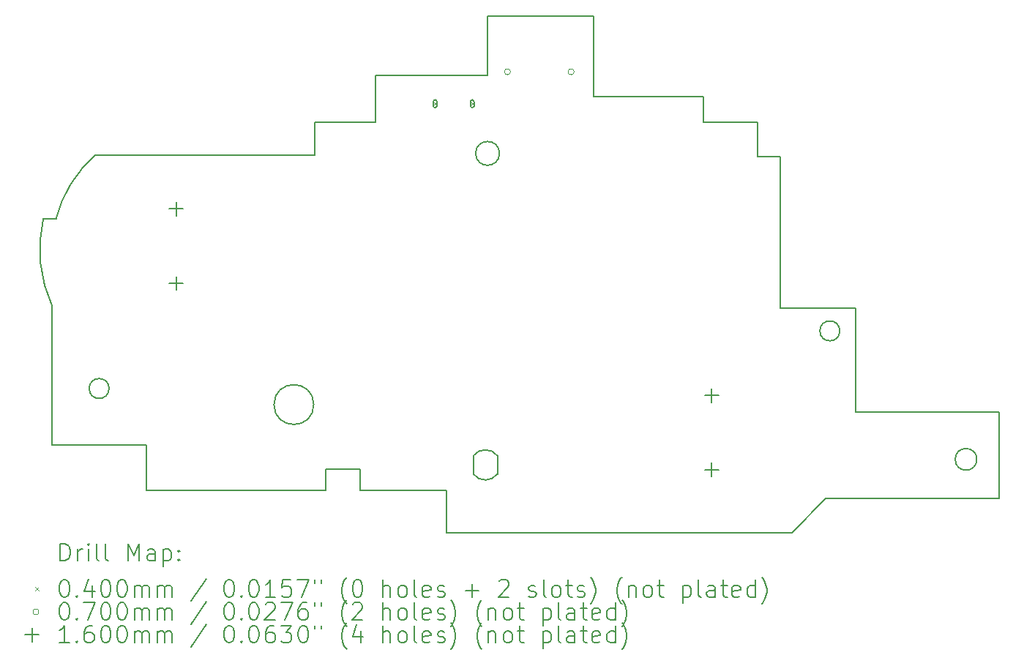
<source format=gbr>
%TF.GenerationSoftware,KiCad,Pcbnew,7.0.2*%
%TF.CreationDate,2023-06-19T11:15:11-07:00*%
%TF.ProjectId,procon_gcc_main_pcb,70726f63-6f6e-45f6-9763-635f6d61696e,1*%
%TF.SameCoordinates,Original*%
%TF.FileFunction,Drillmap*%
%TF.FilePolarity,Positive*%
%FSLAX45Y45*%
G04 Gerber Fmt 4.5, Leading zero omitted, Abs format (unit mm)*
G04 Created by KiCad (PCBNEW 7.0.2) date 2023-06-19 11:15:11*
%MOMM*%
%LPD*%
G01*
G04 APERTURE LIST*
%ADD10C,0.200000*%
%ADD11C,0.040000*%
%ADD12C,0.070000*%
%ADD13C,0.160000*%
G04 APERTURE END LIST*
D10*
X16360622Y-10811436D02*
X16630622Y-10811436D01*
X17155623Y-14761436D02*
X16765622Y-15161436D01*
X12765623Y-15161436D02*
X12765623Y-14671436D01*
X13378123Y-10771436D02*
G75*
G03*
X13378123Y-10771436I-137500J0D01*
G01*
X19155623Y-13761436D02*
X19155623Y-14761436D01*
X13355623Y-14270000D02*
G75*
G03*
X13075623Y-14270000I-140000J-105000D01*
G01*
X16630622Y-12561436D02*
X17500623Y-12561436D01*
X16360622Y-10411436D02*
X16360622Y-10811436D01*
X13240623Y-9871436D02*
X13240623Y-9186436D01*
X11765623Y-14421436D02*
X11365623Y-14421436D01*
X9295623Y-14141436D02*
X8205623Y-14141436D01*
X17500623Y-12561436D02*
X17500623Y-13761436D01*
X12765623Y-14671436D02*
X11765623Y-14671436D01*
X8705623Y-10791436D02*
X11240623Y-10791436D01*
X18900000Y-14311000D02*
G75*
G03*
X18900000Y-14311000I-125000J0D01*
G01*
X14470622Y-9186436D02*
X14470622Y-10111436D01*
X9295623Y-14671436D02*
X9295623Y-14141436D01*
X11940623Y-9871436D02*
X13240623Y-9871436D01*
X15740622Y-10111436D02*
X15740622Y-10411436D01*
X11365623Y-14671436D02*
X9295623Y-14671436D01*
X16765622Y-15161436D02*
X12765623Y-15161436D01*
X8101675Y-11525814D02*
X8249271Y-11525814D01*
X8205623Y-14141436D02*
X8205623Y-12541436D01*
X15740622Y-10411436D02*
X16360622Y-10411436D01*
X8862500Y-13491436D02*
G75*
G03*
X8862500Y-13491436I-115000J0D01*
G01*
X11240623Y-10411436D02*
X11940623Y-10411436D01*
X11765623Y-14671436D02*
X11765623Y-14421436D01*
X11230000Y-13677500D02*
G75*
G03*
X11230000Y-13677500I-230000J0D01*
G01*
X11240623Y-10791436D02*
X11240623Y-10411436D01*
X13240623Y-9186436D02*
X14470622Y-9186436D01*
X11365623Y-14421436D02*
X11365623Y-14671436D01*
X17500623Y-13761436D02*
X19155623Y-13761436D01*
X19155623Y-14761436D02*
X17155623Y-14761436D01*
X11940623Y-10411436D02*
X11940623Y-9871436D01*
X8101678Y-11525815D02*
G75*
G03*
X8205623Y-12541436I1538942J-355625D01*
G01*
X8705623Y-10791436D02*
G75*
G03*
X8249271Y-11525814I935000J-1089999D01*
G01*
X17315000Y-12825000D02*
G75*
G03*
X17315000Y-12825000I-115000J0D01*
G01*
X16630622Y-10811436D02*
X16630622Y-12561436D01*
X13075623Y-14480000D02*
G75*
G03*
X13355623Y-14480000I140000J105000D01*
G01*
X14470622Y-10111436D02*
X15740622Y-10111436D01*
X13075623Y-14480000D02*
X13075623Y-14270000D01*
X13355623Y-14270000D02*
X13355623Y-14480000D01*
D11*
X12613352Y-10176500D02*
X12653352Y-10216500D01*
X12653352Y-10176500D02*
X12613352Y-10216500D01*
D10*
X12653352Y-10221500D02*
X12653352Y-10171500D01*
X12653352Y-10171500D02*
G75*
G03*
X12613352Y-10171500I-20000J0D01*
G01*
X12613352Y-10171500D02*
X12613352Y-10221500D01*
X12613352Y-10221500D02*
G75*
G03*
X12653352Y-10221500I20000J0D01*
G01*
D11*
X13043352Y-10176500D02*
X13083352Y-10216500D01*
X13083352Y-10176500D02*
X13043352Y-10216500D01*
D10*
X13083352Y-10221500D02*
X13083352Y-10171500D01*
X13083352Y-10171500D02*
G75*
G03*
X13043352Y-10171500I-20000J0D01*
G01*
X13043352Y-10171500D02*
X13043352Y-10221500D01*
X13043352Y-10221500D02*
G75*
G03*
X13083352Y-10221500I20000J0D01*
G01*
D12*
X13506000Y-9827500D02*
G75*
G03*
X13506000Y-9827500I-35000J0D01*
G01*
X14241000Y-9827500D02*
G75*
G03*
X14241000Y-9827500I-35000J0D01*
G01*
D13*
X9637700Y-11333260D02*
X9637700Y-11493260D01*
X9557700Y-11413260D02*
X9717700Y-11413260D01*
X9637700Y-12193260D02*
X9637700Y-12353260D01*
X9557700Y-12273260D02*
X9717700Y-12273260D01*
X15832020Y-13492200D02*
X15832020Y-13652200D01*
X15752020Y-13572200D02*
X15912020Y-13572200D01*
X15832020Y-14352200D02*
X15832020Y-14512200D01*
X15752020Y-14432200D02*
X15912020Y-14432200D01*
D10*
X8298742Y-15483959D02*
X8298742Y-15283959D01*
X8298742Y-15283959D02*
X8346361Y-15283959D01*
X8346361Y-15283959D02*
X8374932Y-15293483D01*
X8374932Y-15293483D02*
X8393980Y-15312531D01*
X8393980Y-15312531D02*
X8403504Y-15331578D01*
X8403504Y-15331578D02*
X8413027Y-15369674D01*
X8413027Y-15369674D02*
X8413027Y-15398245D01*
X8413027Y-15398245D02*
X8403504Y-15436340D01*
X8403504Y-15436340D02*
X8393980Y-15455388D01*
X8393980Y-15455388D02*
X8374932Y-15474436D01*
X8374932Y-15474436D02*
X8346361Y-15483959D01*
X8346361Y-15483959D02*
X8298742Y-15483959D01*
X8498742Y-15483959D02*
X8498742Y-15350626D01*
X8498742Y-15388721D02*
X8508265Y-15369674D01*
X8508265Y-15369674D02*
X8517789Y-15360150D01*
X8517789Y-15360150D02*
X8536837Y-15350626D01*
X8536837Y-15350626D02*
X8555885Y-15350626D01*
X8622551Y-15483959D02*
X8622551Y-15350626D01*
X8622551Y-15283959D02*
X8613027Y-15293483D01*
X8613027Y-15293483D02*
X8622551Y-15303007D01*
X8622551Y-15303007D02*
X8632075Y-15293483D01*
X8632075Y-15293483D02*
X8622551Y-15283959D01*
X8622551Y-15283959D02*
X8622551Y-15303007D01*
X8746361Y-15483959D02*
X8727313Y-15474436D01*
X8727313Y-15474436D02*
X8717789Y-15455388D01*
X8717789Y-15455388D02*
X8717789Y-15283959D01*
X8851123Y-15483959D02*
X8832075Y-15474436D01*
X8832075Y-15474436D02*
X8822551Y-15455388D01*
X8822551Y-15455388D02*
X8822551Y-15283959D01*
X9079694Y-15483959D02*
X9079694Y-15283959D01*
X9079694Y-15283959D02*
X9146361Y-15426817D01*
X9146361Y-15426817D02*
X9213027Y-15283959D01*
X9213027Y-15283959D02*
X9213027Y-15483959D01*
X9393980Y-15483959D02*
X9393980Y-15379198D01*
X9393980Y-15379198D02*
X9384456Y-15360150D01*
X9384456Y-15360150D02*
X9365408Y-15350626D01*
X9365408Y-15350626D02*
X9327313Y-15350626D01*
X9327313Y-15350626D02*
X9308265Y-15360150D01*
X9393980Y-15474436D02*
X9374932Y-15483959D01*
X9374932Y-15483959D02*
X9327313Y-15483959D01*
X9327313Y-15483959D02*
X9308265Y-15474436D01*
X9308265Y-15474436D02*
X9298742Y-15455388D01*
X9298742Y-15455388D02*
X9298742Y-15436340D01*
X9298742Y-15436340D02*
X9308265Y-15417293D01*
X9308265Y-15417293D02*
X9327313Y-15407769D01*
X9327313Y-15407769D02*
X9374932Y-15407769D01*
X9374932Y-15407769D02*
X9393980Y-15398245D01*
X9489218Y-15350626D02*
X9489218Y-15550626D01*
X9489218Y-15360150D02*
X9508265Y-15350626D01*
X9508265Y-15350626D02*
X9546361Y-15350626D01*
X9546361Y-15350626D02*
X9565408Y-15360150D01*
X9565408Y-15360150D02*
X9574932Y-15369674D01*
X9574932Y-15369674D02*
X9584456Y-15388721D01*
X9584456Y-15388721D02*
X9584456Y-15445864D01*
X9584456Y-15445864D02*
X9574932Y-15464912D01*
X9574932Y-15464912D02*
X9565408Y-15474436D01*
X9565408Y-15474436D02*
X9546361Y-15483959D01*
X9546361Y-15483959D02*
X9508265Y-15483959D01*
X9508265Y-15483959D02*
X9489218Y-15474436D01*
X9670170Y-15464912D02*
X9679694Y-15474436D01*
X9679694Y-15474436D02*
X9670170Y-15483959D01*
X9670170Y-15483959D02*
X9660646Y-15474436D01*
X9660646Y-15474436D02*
X9670170Y-15464912D01*
X9670170Y-15464912D02*
X9670170Y-15483959D01*
X9670170Y-15360150D02*
X9679694Y-15369674D01*
X9679694Y-15369674D02*
X9670170Y-15379198D01*
X9670170Y-15379198D02*
X9660646Y-15369674D01*
X9660646Y-15369674D02*
X9670170Y-15360150D01*
X9670170Y-15360150D02*
X9670170Y-15379198D01*
D11*
X8011123Y-15791436D02*
X8051123Y-15831436D01*
X8051123Y-15791436D02*
X8011123Y-15831436D01*
D10*
X8336837Y-15703959D02*
X8355884Y-15703959D01*
X8355884Y-15703959D02*
X8374932Y-15713483D01*
X8374932Y-15713483D02*
X8384456Y-15723007D01*
X8384456Y-15723007D02*
X8393980Y-15742055D01*
X8393980Y-15742055D02*
X8403504Y-15780150D01*
X8403504Y-15780150D02*
X8403504Y-15827769D01*
X8403504Y-15827769D02*
X8393980Y-15865864D01*
X8393980Y-15865864D02*
X8384456Y-15884912D01*
X8384456Y-15884912D02*
X8374932Y-15894436D01*
X8374932Y-15894436D02*
X8355884Y-15903959D01*
X8355884Y-15903959D02*
X8336837Y-15903959D01*
X8336837Y-15903959D02*
X8317789Y-15894436D01*
X8317789Y-15894436D02*
X8308265Y-15884912D01*
X8308265Y-15884912D02*
X8298742Y-15865864D01*
X8298742Y-15865864D02*
X8289218Y-15827769D01*
X8289218Y-15827769D02*
X8289218Y-15780150D01*
X8289218Y-15780150D02*
X8298742Y-15742055D01*
X8298742Y-15742055D02*
X8308265Y-15723007D01*
X8308265Y-15723007D02*
X8317789Y-15713483D01*
X8317789Y-15713483D02*
X8336837Y-15703959D01*
X8489218Y-15884912D02*
X8498742Y-15894436D01*
X8498742Y-15894436D02*
X8489218Y-15903959D01*
X8489218Y-15903959D02*
X8479694Y-15894436D01*
X8479694Y-15894436D02*
X8489218Y-15884912D01*
X8489218Y-15884912D02*
X8489218Y-15903959D01*
X8670170Y-15770626D02*
X8670170Y-15903959D01*
X8622551Y-15694436D02*
X8574932Y-15837293D01*
X8574932Y-15837293D02*
X8698742Y-15837293D01*
X8813027Y-15703959D02*
X8832075Y-15703959D01*
X8832075Y-15703959D02*
X8851123Y-15713483D01*
X8851123Y-15713483D02*
X8860646Y-15723007D01*
X8860646Y-15723007D02*
X8870170Y-15742055D01*
X8870170Y-15742055D02*
X8879694Y-15780150D01*
X8879694Y-15780150D02*
X8879694Y-15827769D01*
X8879694Y-15827769D02*
X8870170Y-15865864D01*
X8870170Y-15865864D02*
X8860646Y-15884912D01*
X8860646Y-15884912D02*
X8851123Y-15894436D01*
X8851123Y-15894436D02*
X8832075Y-15903959D01*
X8832075Y-15903959D02*
X8813027Y-15903959D01*
X8813027Y-15903959D02*
X8793980Y-15894436D01*
X8793980Y-15894436D02*
X8784456Y-15884912D01*
X8784456Y-15884912D02*
X8774932Y-15865864D01*
X8774932Y-15865864D02*
X8765408Y-15827769D01*
X8765408Y-15827769D02*
X8765408Y-15780150D01*
X8765408Y-15780150D02*
X8774932Y-15742055D01*
X8774932Y-15742055D02*
X8784456Y-15723007D01*
X8784456Y-15723007D02*
X8793980Y-15713483D01*
X8793980Y-15713483D02*
X8813027Y-15703959D01*
X9003504Y-15703959D02*
X9022551Y-15703959D01*
X9022551Y-15703959D02*
X9041599Y-15713483D01*
X9041599Y-15713483D02*
X9051123Y-15723007D01*
X9051123Y-15723007D02*
X9060646Y-15742055D01*
X9060646Y-15742055D02*
X9070170Y-15780150D01*
X9070170Y-15780150D02*
X9070170Y-15827769D01*
X9070170Y-15827769D02*
X9060646Y-15865864D01*
X9060646Y-15865864D02*
X9051123Y-15884912D01*
X9051123Y-15884912D02*
X9041599Y-15894436D01*
X9041599Y-15894436D02*
X9022551Y-15903959D01*
X9022551Y-15903959D02*
X9003504Y-15903959D01*
X9003504Y-15903959D02*
X8984456Y-15894436D01*
X8984456Y-15894436D02*
X8974932Y-15884912D01*
X8974932Y-15884912D02*
X8965408Y-15865864D01*
X8965408Y-15865864D02*
X8955885Y-15827769D01*
X8955885Y-15827769D02*
X8955885Y-15780150D01*
X8955885Y-15780150D02*
X8965408Y-15742055D01*
X8965408Y-15742055D02*
X8974932Y-15723007D01*
X8974932Y-15723007D02*
X8984456Y-15713483D01*
X8984456Y-15713483D02*
X9003504Y-15703959D01*
X9155885Y-15903959D02*
X9155885Y-15770626D01*
X9155885Y-15789674D02*
X9165408Y-15780150D01*
X9165408Y-15780150D02*
X9184456Y-15770626D01*
X9184456Y-15770626D02*
X9213027Y-15770626D01*
X9213027Y-15770626D02*
X9232075Y-15780150D01*
X9232075Y-15780150D02*
X9241599Y-15799198D01*
X9241599Y-15799198D02*
X9241599Y-15903959D01*
X9241599Y-15799198D02*
X9251123Y-15780150D01*
X9251123Y-15780150D02*
X9270170Y-15770626D01*
X9270170Y-15770626D02*
X9298742Y-15770626D01*
X9298742Y-15770626D02*
X9317789Y-15780150D01*
X9317789Y-15780150D02*
X9327313Y-15799198D01*
X9327313Y-15799198D02*
X9327313Y-15903959D01*
X9422551Y-15903959D02*
X9422551Y-15770626D01*
X9422551Y-15789674D02*
X9432075Y-15780150D01*
X9432075Y-15780150D02*
X9451123Y-15770626D01*
X9451123Y-15770626D02*
X9479694Y-15770626D01*
X9479694Y-15770626D02*
X9498742Y-15780150D01*
X9498742Y-15780150D02*
X9508266Y-15799198D01*
X9508266Y-15799198D02*
X9508266Y-15903959D01*
X9508266Y-15799198D02*
X9517789Y-15780150D01*
X9517789Y-15780150D02*
X9536837Y-15770626D01*
X9536837Y-15770626D02*
X9565408Y-15770626D01*
X9565408Y-15770626D02*
X9584456Y-15780150D01*
X9584456Y-15780150D02*
X9593980Y-15799198D01*
X9593980Y-15799198D02*
X9593980Y-15903959D01*
X9984456Y-15694436D02*
X9813028Y-15951578D01*
X10241599Y-15703959D02*
X10260647Y-15703959D01*
X10260647Y-15703959D02*
X10279694Y-15713483D01*
X10279694Y-15713483D02*
X10289218Y-15723007D01*
X10289218Y-15723007D02*
X10298742Y-15742055D01*
X10298742Y-15742055D02*
X10308266Y-15780150D01*
X10308266Y-15780150D02*
X10308266Y-15827769D01*
X10308266Y-15827769D02*
X10298742Y-15865864D01*
X10298742Y-15865864D02*
X10289218Y-15884912D01*
X10289218Y-15884912D02*
X10279694Y-15894436D01*
X10279694Y-15894436D02*
X10260647Y-15903959D01*
X10260647Y-15903959D02*
X10241599Y-15903959D01*
X10241599Y-15903959D02*
X10222551Y-15894436D01*
X10222551Y-15894436D02*
X10213028Y-15884912D01*
X10213028Y-15884912D02*
X10203504Y-15865864D01*
X10203504Y-15865864D02*
X10193980Y-15827769D01*
X10193980Y-15827769D02*
X10193980Y-15780150D01*
X10193980Y-15780150D02*
X10203504Y-15742055D01*
X10203504Y-15742055D02*
X10213028Y-15723007D01*
X10213028Y-15723007D02*
X10222551Y-15713483D01*
X10222551Y-15713483D02*
X10241599Y-15703959D01*
X10393980Y-15884912D02*
X10403504Y-15894436D01*
X10403504Y-15894436D02*
X10393980Y-15903959D01*
X10393980Y-15903959D02*
X10384456Y-15894436D01*
X10384456Y-15894436D02*
X10393980Y-15884912D01*
X10393980Y-15884912D02*
X10393980Y-15903959D01*
X10527313Y-15703959D02*
X10546361Y-15703959D01*
X10546361Y-15703959D02*
X10565409Y-15713483D01*
X10565409Y-15713483D02*
X10574932Y-15723007D01*
X10574932Y-15723007D02*
X10584456Y-15742055D01*
X10584456Y-15742055D02*
X10593980Y-15780150D01*
X10593980Y-15780150D02*
X10593980Y-15827769D01*
X10593980Y-15827769D02*
X10584456Y-15865864D01*
X10584456Y-15865864D02*
X10574932Y-15884912D01*
X10574932Y-15884912D02*
X10565409Y-15894436D01*
X10565409Y-15894436D02*
X10546361Y-15903959D01*
X10546361Y-15903959D02*
X10527313Y-15903959D01*
X10527313Y-15903959D02*
X10508266Y-15894436D01*
X10508266Y-15894436D02*
X10498742Y-15884912D01*
X10498742Y-15884912D02*
X10489218Y-15865864D01*
X10489218Y-15865864D02*
X10479694Y-15827769D01*
X10479694Y-15827769D02*
X10479694Y-15780150D01*
X10479694Y-15780150D02*
X10489218Y-15742055D01*
X10489218Y-15742055D02*
X10498742Y-15723007D01*
X10498742Y-15723007D02*
X10508266Y-15713483D01*
X10508266Y-15713483D02*
X10527313Y-15703959D01*
X10784456Y-15903959D02*
X10670170Y-15903959D01*
X10727313Y-15903959D02*
X10727313Y-15703959D01*
X10727313Y-15703959D02*
X10708266Y-15732531D01*
X10708266Y-15732531D02*
X10689218Y-15751578D01*
X10689218Y-15751578D02*
X10670170Y-15761102D01*
X10965409Y-15703959D02*
X10870170Y-15703959D01*
X10870170Y-15703959D02*
X10860647Y-15799198D01*
X10860647Y-15799198D02*
X10870170Y-15789674D01*
X10870170Y-15789674D02*
X10889218Y-15780150D01*
X10889218Y-15780150D02*
X10936837Y-15780150D01*
X10936837Y-15780150D02*
X10955885Y-15789674D01*
X10955885Y-15789674D02*
X10965409Y-15799198D01*
X10965409Y-15799198D02*
X10974932Y-15818245D01*
X10974932Y-15818245D02*
X10974932Y-15865864D01*
X10974932Y-15865864D02*
X10965409Y-15884912D01*
X10965409Y-15884912D02*
X10955885Y-15894436D01*
X10955885Y-15894436D02*
X10936837Y-15903959D01*
X10936837Y-15903959D02*
X10889218Y-15903959D01*
X10889218Y-15903959D02*
X10870170Y-15894436D01*
X10870170Y-15894436D02*
X10860647Y-15884912D01*
X11041599Y-15703959D02*
X11174932Y-15703959D01*
X11174932Y-15703959D02*
X11089218Y-15903959D01*
X11241599Y-15703959D02*
X11241599Y-15742055D01*
X11317789Y-15703959D02*
X11317789Y-15742055D01*
X11613028Y-15980150D02*
X11603504Y-15970626D01*
X11603504Y-15970626D02*
X11584456Y-15942055D01*
X11584456Y-15942055D02*
X11574932Y-15923007D01*
X11574932Y-15923007D02*
X11565409Y-15894436D01*
X11565409Y-15894436D02*
X11555885Y-15846817D01*
X11555885Y-15846817D02*
X11555885Y-15808721D01*
X11555885Y-15808721D02*
X11565409Y-15761102D01*
X11565409Y-15761102D02*
X11574932Y-15732531D01*
X11574932Y-15732531D02*
X11584456Y-15713483D01*
X11584456Y-15713483D02*
X11603504Y-15684912D01*
X11603504Y-15684912D02*
X11613028Y-15675388D01*
X11727313Y-15703959D02*
X11746361Y-15703959D01*
X11746361Y-15703959D02*
X11765409Y-15713483D01*
X11765409Y-15713483D02*
X11774932Y-15723007D01*
X11774932Y-15723007D02*
X11784456Y-15742055D01*
X11784456Y-15742055D02*
X11793980Y-15780150D01*
X11793980Y-15780150D02*
X11793980Y-15827769D01*
X11793980Y-15827769D02*
X11784456Y-15865864D01*
X11784456Y-15865864D02*
X11774932Y-15884912D01*
X11774932Y-15884912D02*
X11765409Y-15894436D01*
X11765409Y-15894436D02*
X11746361Y-15903959D01*
X11746361Y-15903959D02*
X11727313Y-15903959D01*
X11727313Y-15903959D02*
X11708266Y-15894436D01*
X11708266Y-15894436D02*
X11698742Y-15884912D01*
X11698742Y-15884912D02*
X11689218Y-15865864D01*
X11689218Y-15865864D02*
X11679694Y-15827769D01*
X11679694Y-15827769D02*
X11679694Y-15780150D01*
X11679694Y-15780150D02*
X11689218Y-15742055D01*
X11689218Y-15742055D02*
X11698742Y-15723007D01*
X11698742Y-15723007D02*
X11708266Y-15713483D01*
X11708266Y-15713483D02*
X11727313Y-15703959D01*
X12032075Y-15903959D02*
X12032075Y-15703959D01*
X12117790Y-15903959D02*
X12117790Y-15799198D01*
X12117790Y-15799198D02*
X12108266Y-15780150D01*
X12108266Y-15780150D02*
X12089218Y-15770626D01*
X12089218Y-15770626D02*
X12060647Y-15770626D01*
X12060647Y-15770626D02*
X12041599Y-15780150D01*
X12041599Y-15780150D02*
X12032075Y-15789674D01*
X12241599Y-15903959D02*
X12222551Y-15894436D01*
X12222551Y-15894436D02*
X12213028Y-15884912D01*
X12213028Y-15884912D02*
X12203504Y-15865864D01*
X12203504Y-15865864D02*
X12203504Y-15808721D01*
X12203504Y-15808721D02*
X12213028Y-15789674D01*
X12213028Y-15789674D02*
X12222551Y-15780150D01*
X12222551Y-15780150D02*
X12241599Y-15770626D01*
X12241599Y-15770626D02*
X12270171Y-15770626D01*
X12270171Y-15770626D02*
X12289218Y-15780150D01*
X12289218Y-15780150D02*
X12298742Y-15789674D01*
X12298742Y-15789674D02*
X12308266Y-15808721D01*
X12308266Y-15808721D02*
X12308266Y-15865864D01*
X12308266Y-15865864D02*
X12298742Y-15884912D01*
X12298742Y-15884912D02*
X12289218Y-15894436D01*
X12289218Y-15894436D02*
X12270171Y-15903959D01*
X12270171Y-15903959D02*
X12241599Y-15903959D01*
X12422551Y-15903959D02*
X12403504Y-15894436D01*
X12403504Y-15894436D02*
X12393980Y-15875388D01*
X12393980Y-15875388D02*
X12393980Y-15703959D01*
X12574932Y-15894436D02*
X12555885Y-15903959D01*
X12555885Y-15903959D02*
X12517790Y-15903959D01*
X12517790Y-15903959D02*
X12498742Y-15894436D01*
X12498742Y-15894436D02*
X12489218Y-15875388D01*
X12489218Y-15875388D02*
X12489218Y-15799198D01*
X12489218Y-15799198D02*
X12498742Y-15780150D01*
X12498742Y-15780150D02*
X12517790Y-15770626D01*
X12517790Y-15770626D02*
X12555885Y-15770626D01*
X12555885Y-15770626D02*
X12574932Y-15780150D01*
X12574932Y-15780150D02*
X12584456Y-15799198D01*
X12584456Y-15799198D02*
X12584456Y-15818245D01*
X12584456Y-15818245D02*
X12489218Y-15837293D01*
X12660647Y-15894436D02*
X12679694Y-15903959D01*
X12679694Y-15903959D02*
X12717790Y-15903959D01*
X12717790Y-15903959D02*
X12736837Y-15894436D01*
X12736837Y-15894436D02*
X12746361Y-15875388D01*
X12746361Y-15875388D02*
X12746361Y-15865864D01*
X12746361Y-15865864D02*
X12736837Y-15846817D01*
X12736837Y-15846817D02*
X12717790Y-15837293D01*
X12717790Y-15837293D02*
X12689218Y-15837293D01*
X12689218Y-15837293D02*
X12670171Y-15827769D01*
X12670171Y-15827769D02*
X12660647Y-15808721D01*
X12660647Y-15808721D02*
X12660647Y-15799198D01*
X12660647Y-15799198D02*
X12670171Y-15780150D01*
X12670171Y-15780150D02*
X12689218Y-15770626D01*
X12689218Y-15770626D02*
X12717790Y-15770626D01*
X12717790Y-15770626D02*
X12736837Y-15780150D01*
X12984456Y-15827769D02*
X13136837Y-15827769D01*
X13060647Y-15903959D02*
X13060647Y-15751578D01*
X13374933Y-15723007D02*
X13384456Y-15713483D01*
X13384456Y-15713483D02*
X13403504Y-15703959D01*
X13403504Y-15703959D02*
X13451123Y-15703959D01*
X13451123Y-15703959D02*
X13470171Y-15713483D01*
X13470171Y-15713483D02*
X13479694Y-15723007D01*
X13479694Y-15723007D02*
X13489218Y-15742055D01*
X13489218Y-15742055D02*
X13489218Y-15761102D01*
X13489218Y-15761102D02*
X13479694Y-15789674D01*
X13479694Y-15789674D02*
X13365409Y-15903959D01*
X13365409Y-15903959D02*
X13489218Y-15903959D01*
X13717790Y-15894436D02*
X13736837Y-15903959D01*
X13736837Y-15903959D02*
X13774933Y-15903959D01*
X13774933Y-15903959D02*
X13793980Y-15894436D01*
X13793980Y-15894436D02*
X13803504Y-15875388D01*
X13803504Y-15875388D02*
X13803504Y-15865864D01*
X13803504Y-15865864D02*
X13793980Y-15846817D01*
X13793980Y-15846817D02*
X13774933Y-15837293D01*
X13774933Y-15837293D02*
X13746361Y-15837293D01*
X13746361Y-15837293D02*
X13727314Y-15827769D01*
X13727314Y-15827769D02*
X13717790Y-15808721D01*
X13717790Y-15808721D02*
X13717790Y-15799198D01*
X13717790Y-15799198D02*
X13727314Y-15780150D01*
X13727314Y-15780150D02*
X13746361Y-15770626D01*
X13746361Y-15770626D02*
X13774933Y-15770626D01*
X13774933Y-15770626D02*
X13793980Y-15780150D01*
X13917790Y-15903959D02*
X13898742Y-15894436D01*
X13898742Y-15894436D02*
X13889218Y-15875388D01*
X13889218Y-15875388D02*
X13889218Y-15703959D01*
X14022552Y-15903959D02*
X14003504Y-15894436D01*
X14003504Y-15894436D02*
X13993980Y-15884912D01*
X13993980Y-15884912D02*
X13984456Y-15865864D01*
X13984456Y-15865864D02*
X13984456Y-15808721D01*
X13984456Y-15808721D02*
X13993980Y-15789674D01*
X13993980Y-15789674D02*
X14003504Y-15780150D01*
X14003504Y-15780150D02*
X14022552Y-15770626D01*
X14022552Y-15770626D02*
X14051123Y-15770626D01*
X14051123Y-15770626D02*
X14070171Y-15780150D01*
X14070171Y-15780150D02*
X14079695Y-15789674D01*
X14079695Y-15789674D02*
X14089218Y-15808721D01*
X14089218Y-15808721D02*
X14089218Y-15865864D01*
X14089218Y-15865864D02*
X14079695Y-15884912D01*
X14079695Y-15884912D02*
X14070171Y-15894436D01*
X14070171Y-15894436D02*
X14051123Y-15903959D01*
X14051123Y-15903959D02*
X14022552Y-15903959D01*
X14146361Y-15770626D02*
X14222552Y-15770626D01*
X14174933Y-15703959D02*
X14174933Y-15875388D01*
X14174933Y-15875388D02*
X14184456Y-15894436D01*
X14184456Y-15894436D02*
X14203504Y-15903959D01*
X14203504Y-15903959D02*
X14222552Y-15903959D01*
X14279695Y-15894436D02*
X14298742Y-15903959D01*
X14298742Y-15903959D02*
X14336837Y-15903959D01*
X14336837Y-15903959D02*
X14355885Y-15894436D01*
X14355885Y-15894436D02*
X14365409Y-15875388D01*
X14365409Y-15875388D02*
X14365409Y-15865864D01*
X14365409Y-15865864D02*
X14355885Y-15846817D01*
X14355885Y-15846817D02*
X14336837Y-15837293D01*
X14336837Y-15837293D02*
X14308266Y-15837293D01*
X14308266Y-15837293D02*
X14289218Y-15827769D01*
X14289218Y-15827769D02*
X14279695Y-15808721D01*
X14279695Y-15808721D02*
X14279695Y-15799198D01*
X14279695Y-15799198D02*
X14289218Y-15780150D01*
X14289218Y-15780150D02*
X14308266Y-15770626D01*
X14308266Y-15770626D02*
X14336837Y-15770626D01*
X14336837Y-15770626D02*
X14355885Y-15780150D01*
X14432076Y-15980150D02*
X14441599Y-15970626D01*
X14441599Y-15970626D02*
X14460647Y-15942055D01*
X14460647Y-15942055D02*
X14470171Y-15923007D01*
X14470171Y-15923007D02*
X14479695Y-15894436D01*
X14479695Y-15894436D02*
X14489218Y-15846817D01*
X14489218Y-15846817D02*
X14489218Y-15808721D01*
X14489218Y-15808721D02*
X14479695Y-15761102D01*
X14479695Y-15761102D02*
X14470171Y-15732531D01*
X14470171Y-15732531D02*
X14460647Y-15713483D01*
X14460647Y-15713483D02*
X14441599Y-15684912D01*
X14441599Y-15684912D02*
X14432076Y-15675388D01*
X14793980Y-15980150D02*
X14784456Y-15970626D01*
X14784456Y-15970626D02*
X14765409Y-15942055D01*
X14765409Y-15942055D02*
X14755885Y-15923007D01*
X14755885Y-15923007D02*
X14746361Y-15894436D01*
X14746361Y-15894436D02*
X14736837Y-15846817D01*
X14736837Y-15846817D02*
X14736837Y-15808721D01*
X14736837Y-15808721D02*
X14746361Y-15761102D01*
X14746361Y-15761102D02*
X14755885Y-15732531D01*
X14755885Y-15732531D02*
X14765409Y-15713483D01*
X14765409Y-15713483D02*
X14784456Y-15684912D01*
X14784456Y-15684912D02*
X14793980Y-15675388D01*
X14870171Y-15770626D02*
X14870171Y-15903959D01*
X14870171Y-15789674D02*
X14879695Y-15780150D01*
X14879695Y-15780150D02*
X14898742Y-15770626D01*
X14898742Y-15770626D02*
X14927314Y-15770626D01*
X14927314Y-15770626D02*
X14946361Y-15780150D01*
X14946361Y-15780150D02*
X14955885Y-15799198D01*
X14955885Y-15799198D02*
X14955885Y-15903959D01*
X15079695Y-15903959D02*
X15060647Y-15894436D01*
X15060647Y-15894436D02*
X15051123Y-15884912D01*
X15051123Y-15884912D02*
X15041599Y-15865864D01*
X15041599Y-15865864D02*
X15041599Y-15808721D01*
X15041599Y-15808721D02*
X15051123Y-15789674D01*
X15051123Y-15789674D02*
X15060647Y-15780150D01*
X15060647Y-15780150D02*
X15079695Y-15770626D01*
X15079695Y-15770626D02*
X15108266Y-15770626D01*
X15108266Y-15770626D02*
X15127314Y-15780150D01*
X15127314Y-15780150D02*
X15136837Y-15789674D01*
X15136837Y-15789674D02*
X15146361Y-15808721D01*
X15146361Y-15808721D02*
X15146361Y-15865864D01*
X15146361Y-15865864D02*
X15136837Y-15884912D01*
X15136837Y-15884912D02*
X15127314Y-15894436D01*
X15127314Y-15894436D02*
X15108266Y-15903959D01*
X15108266Y-15903959D02*
X15079695Y-15903959D01*
X15203504Y-15770626D02*
X15279695Y-15770626D01*
X15232076Y-15703959D02*
X15232076Y-15875388D01*
X15232076Y-15875388D02*
X15241599Y-15894436D01*
X15241599Y-15894436D02*
X15260647Y-15903959D01*
X15260647Y-15903959D02*
X15279695Y-15903959D01*
X15498742Y-15770626D02*
X15498742Y-15970626D01*
X15498742Y-15780150D02*
X15517790Y-15770626D01*
X15517790Y-15770626D02*
X15555885Y-15770626D01*
X15555885Y-15770626D02*
X15574933Y-15780150D01*
X15574933Y-15780150D02*
X15584457Y-15789674D01*
X15584457Y-15789674D02*
X15593980Y-15808721D01*
X15593980Y-15808721D02*
X15593980Y-15865864D01*
X15593980Y-15865864D02*
X15584457Y-15884912D01*
X15584457Y-15884912D02*
X15574933Y-15894436D01*
X15574933Y-15894436D02*
X15555885Y-15903959D01*
X15555885Y-15903959D02*
X15517790Y-15903959D01*
X15517790Y-15903959D02*
X15498742Y-15894436D01*
X15708266Y-15903959D02*
X15689218Y-15894436D01*
X15689218Y-15894436D02*
X15679695Y-15875388D01*
X15679695Y-15875388D02*
X15679695Y-15703959D01*
X15870171Y-15903959D02*
X15870171Y-15799198D01*
X15870171Y-15799198D02*
X15860647Y-15780150D01*
X15860647Y-15780150D02*
X15841599Y-15770626D01*
X15841599Y-15770626D02*
X15803504Y-15770626D01*
X15803504Y-15770626D02*
X15784457Y-15780150D01*
X15870171Y-15894436D02*
X15851123Y-15903959D01*
X15851123Y-15903959D02*
X15803504Y-15903959D01*
X15803504Y-15903959D02*
X15784457Y-15894436D01*
X15784457Y-15894436D02*
X15774933Y-15875388D01*
X15774933Y-15875388D02*
X15774933Y-15856340D01*
X15774933Y-15856340D02*
X15784457Y-15837293D01*
X15784457Y-15837293D02*
X15803504Y-15827769D01*
X15803504Y-15827769D02*
X15851123Y-15827769D01*
X15851123Y-15827769D02*
X15870171Y-15818245D01*
X15936838Y-15770626D02*
X16013028Y-15770626D01*
X15965409Y-15703959D02*
X15965409Y-15875388D01*
X15965409Y-15875388D02*
X15974933Y-15894436D01*
X15974933Y-15894436D02*
X15993980Y-15903959D01*
X15993980Y-15903959D02*
X16013028Y-15903959D01*
X16155885Y-15894436D02*
X16136838Y-15903959D01*
X16136838Y-15903959D02*
X16098742Y-15903959D01*
X16098742Y-15903959D02*
X16079695Y-15894436D01*
X16079695Y-15894436D02*
X16070171Y-15875388D01*
X16070171Y-15875388D02*
X16070171Y-15799198D01*
X16070171Y-15799198D02*
X16079695Y-15780150D01*
X16079695Y-15780150D02*
X16098742Y-15770626D01*
X16098742Y-15770626D02*
X16136838Y-15770626D01*
X16136838Y-15770626D02*
X16155885Y-15780150D01*
X16155885Y-15780150D02*
X16165409Y-15799198D01*
X16165409Y-15799198D02*
X16165409Y-15818245D01*
X16165409Y-15818245D02*
X16070171Y-15837293D01*
X16336838Y-15903959D02*
X16336838Y-15703959D01*
X16336838Y-15894436D02*
X16317790Y-15903959D01*
X16317790Y-15903959D02*
X16279695Y-15903959D01*
X16279695Y-15903959D02*
X16260647Y-15894436D01*
X16260647Y-15894436D02*
X16251123Y-15884912D01*
X16251123Y-15884912D02*
X16241599Y-15865864D01*
X16241599Y-15865864D02*
X16241599Y-15808721D01*
X16241599Y-15808721D02*
X16251123Y-15789674D01*
X16251123Y-15789674D02*
X16260647Y-15780150D01*
X16260647Y-15780150D02*
X16279695Y-15770626D01*
X16279695Y-15770626D02*
X16317790Y-15770626D01*
X16317790Y-15770626D02*
X16336838Y-15780150D01*
X16413028Y-15980150D02*
X16422552Y-15970626D01*
X16422552Y-15970626D02*
X16441599Y-15942055D01*
X16441599Y-15942055D02*
X16451123Y-15923007D01*
X16451123Y-15923007D02*
X16460647Y-15894436D01*
X16460647Y-15894436D02*
X16470171Y-15846817D01*
X16470171Y-15846817D02*
X16470171Y-15808721D01*
X16470171Y-15808721D02*
X16460647Y-15761102D01*
X16460647Y-15761102D02*
X16451123Y-15732531D01*
X16451123Y-15732531D02*
X16441599Y-15713483D01*
X16441599Y-15713483D02*
X16422552Y-15684912D01*
X16422552Y-15684912D02*
X16413028Y-15675388D01*
D12*
X8051123Y-16075436D02*
G75*
G03*
X8051123Y-16075436I-35000J0D01*
G01*
D10*
X8336837Y-15967959D02*
X8355884Y-15967959D01*
X8355884Y-15967959D02*
X8374932Y-15977483D01*
X8374932Y-15977483D02*
X8384456Y-15987007D01*
X8384456Y-15987007D02*
X8393980Y-16006055D01*
X8393980Y-16006055D02*
X8403504Y-16044150D01*
X8403504Y-16044150D02*
X8403504Y-16091769D01*
X8403504Y-16091769D02*
X8393980Y-16129864D01*
X8393980Y-16129864D02*
X8384456Y-16148912D01*
X8384456Y-16148912D02*
X8374932Y-16158436D01*
X8374932Y-16158436D02*
X8355884Y-16167959D01*
X8355884Y-16167959D02*
X8336837Y-16167959D01*
X8336837Y-16167959D02*
X8317789Y-16158436D01*
X8317789Y-16158436D02*
X8308265Y-16148912D01*
X8308265Y-16148912D02*
X8298742Y-16129864D01*
X8298742Y-16129864D02*
X8289218Y-16091769D01*
X8289218Y-16091769D02*
X8289218Y-16044150D01*
X8289218Y-16044150D02*
X8298742Y-16006055D01*
X8298742Y-16006055D02*
X8308265Y-15987007D01*
X8308265Y-15987007D02*
X8317789Y-15977483D01*
X8317789Y-15977483D02*
X8336837Y-15967959D01*
X8489218Y-16148912D02*
X8498742Y-16158436D01*
X8498742Y-16158436D02*
X8489218Y-16167959D01*
X8489218Y-16167959D02*
X8479694Y-16158436D01*
X8479694Y-16158436D02*
X8489218Y-16148912D01*
X8489218Y-16148912D02*
X8489218Y-16167959D01*
X8565408Y-15967959D02*
X8698742Y-15967959D01*
X8698742Y-15967959D02*
X8613027Y-16167959D01*
X8813027Y-15967959D02*
X8832075Y-15967959D01*
X8832075Y-15967959D02*
X8851123Y-15977483D01*
X8851123Y-15977483D02*
X8860646Y-15987007D01*
X8860646Y-15987007D02*
X8870170Y-16006055D01*
X8870170Y-16006055D02*
X8879694Y-16044150D01*
X8879694Y-16044150D02*
X8879694Y-16091769D01*
X8879694Y-16091769D02*
X8870170Y-16129864D01*
X8870170Y-16129864D02*
X8860646Y-16148912D01*
X8860646Y-16148912D02*
X8851123Y-16158436D01*
X8851123Y-16158436D02*
X8832075Y-16167959D01*
X8832075Y-16167959D02*
X8813027Y-16167959D01*
X8813027Y-16167959D02*
X8793980Y-16158436D01*
X8793980Y-16158436D02*
X8784456Y-16148912D01*
X8784456Y-16148912D02*
X8774932Y-16129864D01*
X8774932Y-16129864D02*
X8765408Y-16091769D01*
X8765408Y-16091769D02*
X8765408Y-16044150D01*
X8765408Y-16044150D02*
X8774932Y-16006055D01*
X8774932Y-16006055D02*
X8784456Y-15987007D01*
X8784456Y-15987007D02*
X8793980Y-15977483D01*
X8793980Y-15977483D02*
X8813027Y-15967959D01*
X9003504Y-15967959D02*
X9022551Y-15967959D01*
X9022551Y-15967959D02*
X9041599Y-15977483D01*
X9041599Y-15977483D02*
X9051123Y-15987007D01*
X9051123Y-15987007D02*
X9060646Y-16006055D01*
X9060646Y-16006055D02*
X9070170Y-16044150D01*
X9070170Y-16044150D02*
X9070170Y-16091769D01*
X9070170Y-16091769D02*
X9060646Y-16129864D01*
X9060646Y-16129864D02*
X9051123Y-16148912D01*
X9051123Y-16148912D02*
X9041599Y-16158436D01*
X9041599Y-16158436D02*
X9022551Y-16167959D01*
X9022551Y-16167959D02*
X9003504Y-16167959D01*
X9003504Y-16167959D02*
X8984456Y-16158436D01*
X8984456Y-16158436D02*
X8974932Y-16148912D01*
X8974932Y-16148912D02*
X8965408Y-16129864D01*
X8965408Y-16129864D02*
X8955885Y-16091769D01*
X8955885Y-16091769D02*
X8955885Y-16044150D01*
X8955885Y-16044150D02*
X8965408Y-16006055D01*
X8965408Y-16006055D02*
X8974932Y-15987007D01*
X8974932Y-15987007D02*
X8984456Y-15977483D01*
X8984456Y-15977483D02*
X9003504Y-15967959D01*
X9155885Y-16167959D02*
X9155885Y-16034626D01*
X9155885Y-16053674D02*
X9165408Y-16044150D01*
X9165408Y-16044150D02*
X9184456Y-16034626D01*
X9184456Y-16034626D02*
X9213027Y-16034626D01*
X9213027Y-16034626D02*
X9232075Y-16044150D01*
X9232075Y-16044150D02*
X9241599Y-16063198D01*
X9241599Y-16063198D02*
X9241599Y-16167959D01*
X9241599Y-16063198D02*
X9251123Y-16044150D01*
X9251123Y-16044150D02*
X9270170Y-16034626D01*
X9270170Y-16034626D02*
X9298742Y-16034626D01*
X9298742Y-16034626D02*
X9317789Y-16044150D01*
X9317789Y-16044150D02*
X9327313Y-16063198D01*
X9327313Y-16063198D02*
X9327313Y-16167959D01*
X9422551Y-16167959D02*
X9422551Y-16034626D01*
X9422551Y-16053674D02*
X9432075Y-16044150D01*
X9432075Y-16044150D02*
X9451123Y-16034626D01*
X9451123Y-16034626D02*
X9479694Y-16034626D01*
X9479694Y-16034626D02*
X9498742Y-16044150D01*
X9498742Y-16044150D02*
X9508266Y-16063198D01*
X9508266Y-16063198D02*
X9508266Y-16167959D01*
X9508266Y-16063198D02*
X9517789Y-16044150D01*
X9517789Y-16044150D02*
X9536837Y-16034626D01*
X9536837Y-16034626D02*
X9565408Y-16034626D01*
X9565408Y-16034626D02*
X9584456Y-16044150D01*
X9584456Y-16044150D02*
X9593980Y-16063198D01*
X9593980Y-16063198D02*
X9593980Y-16167959D01*
X9984456Y-15958436D02*
X9813028Y-16215578D01*
X10241599Y-15967959D02*
X10260647Y-15967959D01*
X10260647Y-15967959D02*
X10279694Y-15977483D01*
X10279694Y-15977483D02*
X10289218Y-15987007D01*
X10289218Y-15987007D02*
X10298742Y-16006055D01*
X10298742Y-16006055D02*
X10308266Y-16044150D01*
X10308266Y-16044150D02*
X10308266Y-16091769D01*
X10308266Y-16091769D02*
X10298742Y-16129864D01*
X10298742Y-16129864D02*
X10289218Y-16148912D01*
X10289218Y-16148912D02*
X10279694Y-16158436D01*
X10279694Y-16158436D02*
X10260647Y-16167959D01*
X10260647Y-16167959D02*
X10241599Y-16167959D01*
X10241599Y-16167959D02*
X10222551Y-16158436D01*
X10222551Y-16158436D02*
X10213028Y-16148912D01*
X10213028Y-16148912D02*
X10203504Y-16129864D01*
X10203504Y-16129864D02*
X10193980Y-16091769D01*
X10193980Y-16091769D02*
X10193980Y-16044150D01*
X10193980Y-16044150D02*
X10203504Y-16006055D01*
X10203504Y-16006055D02*
X10213028Y-15987007D01*
X10213028Y-15987007D02*
X10222551Y-15977483D01*
X10222551Y-15977483D02*
X10241599Y-15967959D01*
X10393980Y-16148912D02*
X10403504Y-16158436D01*
X10403504Y-16158436D02*
X10393980Y-16167959D01*
X10393980Y-16167959D02*
X10384456Y-16158436D01*
X10384456Y-16158436D02*
X10393980Y-16148912D01*
X10393980Y-16148912D02*
X10393980Y-16167959D01*
X10527313Y-15967959D02*
X10546361Y-15967959D01*
X10546361Y-15967959D02*
X10565409Y-15977483D01*
X10565409Y-15977483D02*
X10574932Y-15987007D01*
X10574932Y-15987007D02*
X10584456Y-16006055D01*
X10584456Y-16006055D02*
X10593980Y-16044150D01*
X10593980Y-16044150D02*
X10593980Y-16091769D01*
X10593980Y-16091769D02*
X10584456Y-16129864D01*
X10584456Y-16129864D02*
X10574932Y-16148912D01*
X10574932Y-16148912D02*
X10565409Y-16158436D01*
X10565409Y-16158436D02*
X10546361Y-16167959D01*
X10546361Y-16167959D02*
X10527313Y-16167959D01*
X10527313Y-16167959D02*
X10508266Y-16158436D01*
X10508266Y-16158436D02*
X10498742Y-16148912D01*
X10498742Y-16148912D02*
X10489218Y-16129864D01*
X10489218Y-16129864D02*
X10479694Y-16091769D01*
X10479694Y-16091769D02*
X10479694Y-16044150D01*
X10479694Y-16044150D02*
X10489218Y-16006055D01*
X10489218Y-16006055D02*
X10498742Y-15987007D01*
X10498742Y-15987007D02*
X10508266Y-15977483D01*
X10508266Y-15977483D02*
X10527313Y-15967959D01*
X10670170Y-15987007D02*
X10679694Y-15977483D01*
X10679694Y-15977483D02*
X10698742Y-15967959D01*
X10698742Y-15967959D02*
X10746361Y-15967959D01*
X10746361Y-15967959D02*
X10765409Y-15977483D01*
X10765409Y-15977483D02*
X10774932Y-15987007D01*
X10774932Y-15987007D02*
X10784456Y-16006055D01*
X10784456Y-16006055D02*
X10784456Y-16025102D01*
X10784456Y-16025102D02*
X10774932Y-16053674D01*
X10774932Y-16053674D02*
X10660647Y-16167959D01*
X10660647Y-16167959D02*
X10784456Y-16167959D01*
X10851123Y-15967959D02*
X10984456Y-15967959D01*
X10984456Y-15967959D02*
X10898742Y-16167959D01*
X11146361Y-15967959D02*
X11108266Y-15967959D01*
X11108266Y-15967959D02*
X11089218Y-15977483D01*
X11089218Y-15977483D02*
X11079694Y-15987007D01*
X11079694Y-15987007D02*
X11060647Y-16015578D01*
X11060647Y-16015578D02*
X11051123Y-16053674D01*
X11051123Y-16053674D02*
X11051123Y-16129864D01*
X11051123Y-16129864D02*
X11060647Y-16148912D01*
X11060647Y-16148912D02*
X11070170Y-16158436D01*
X11070170Y-16158436D02*
X11089218Y-16167959D01*
X11089218Y-16167959D02*
X11127313Y-16167959D01*
X11127313Y-16167959D02*
X11146361Y-16158436D01*
X11146361Y-16158436D02*
X11155885Y-16148912D01*
X11155885Y-16148912D02*
X11165409Y-16129864D01*
X11165409Y-16129864D02*
X11165409Y-16082245D01*
X11165409Y-16082245D02*
X11155885Y-16063198D01*
X11155885Y-16063198D02*
X11146361Y-16053674D01*
X11146361Y-16053674D02*
X11127313Y-16044150D01*
X11127313Y-16044150D02*
X11089218Y-16044150D01*
X11089218Y-16044150D02*
X11070170Y-16053674D01*
X11070170Y-16053674D02*
X11060647Y-16063198D01*
X11060647Y-16063198D02*
X11051123Y-16082245D01*
X11241599Y-15967959D02*
X11241599Y-16006055D01*
X11317789Y-15967959D02*
X11317789Y-16006055D01*
X11613028Y-16244150D02*
X11603504Y-16234626D01*
X11603504Y-16234626D02*
X11584456Y-16206055D01*
X11584456Y-16206055D02*
X11574932Y-16187007D01*
X11574932Y-16187007D02*
X11565409Y-16158436D01*
X11565409Y-16158436D02*
X11555885Y-16110817D01*
X11555885Y-16110817D02*
X11555885Y-16072721D01*
X11555885Y-16072721D02*
X11565409Y-16025102D01*
X11565409Y-16025102D02*
X11574932Y-15996531D01*
X11574932Y-15996531D02*
X11584456Y-15977483D01*
X11584456Y-15977483D02*
X11603504Y-15948912D01*
X11603504Y-15948912D02*
X11613028Y-15939388D01*
X11679694Y-15987007D02*
X11689218Y-15977483D01*
X11689218Y-15977483D02*
X11708266Y-15967959D01*
X11708266Y-15967959D02*
X11755885Y-15967959D01*
X11755885Y-15967959D02*
X11774932Y-15977483D01*
X11774932Y-15977483D02*
X11784456Y-15987007D01*
X11784456Y-15987007D02*
X11793980Y-16006055D01*
X11793980Y-16006055D02*
X11793980Y-16025102D01*
X11793980Y-16025102D02*
X11784456Y-16053674D01*
X11784456Y-16053674D02*
X11670170Y-16167959D01*
X11670170Y-16167959D02*
X11793980Y-16167959D01*
X12032075Y-16167959D02*
X12032075Y-15967959D01*
X12117790Y-16167959D02*
X12117790Y-16063198D01*
X12117790Y-16063198D02*
X12108266Y-16044150D01*
X12108266Y-16044150D02*
X12089218Y-16034626D01*
X12089218Y-16034626D02*
X12060647Y-16034626D01*
X12060647Y-16034626D02*
X12041599Y-16044150D01*
X12041599Y-16044150D02*
X12032075Y-16053674D01*
X12241599Y-16167959D02*
X12222551Y-16158436D01*
X12222551Y-16158436D02*
X12213028Y-16148912D01*
X12213028Y-16148912D02*
X12203504Y-16129864D01*
X12203504Y-16129864D02*
X12203504Y-16072721D01*
X12203504Y-16072721D02*
X12213028Y-16053674D01*
X12213028Y-16053674D02*
X12222551Y-16044150D01*
X12222551Y-16044150D02*
X12241599Y-16034626D01*
X12241599Y-16034626D02*
X12270171Y-16034626D01*
X12270171Y-16034626D02*
X12289218Y-16044150D01*
X12289218Y-16044150D02*
X12298742Y-16053674D01*
X12298742Y-16053674D02*
X12308266Y-16072721D01*
X12308266Y-16072721D02*
X12308266Y-16129864D01*
X12308266Y-16129864D02*
X12298742Y-16148912D01*
X12298742Y-16148912D02*
X12289218Y-16158436D01*
X12289218Y-16158436D02*
X12270171Y-16167959D01*
X12270171Y-16167959D02*
X12241599Y-16167959D01*
X12422551Y-16167959D02*
X12403504Y-16158436D01*
X12403504Y-16158436D02*
X12393980Y-16139388D01*
X12393980Y-16139388D02*
X12393980Y-15967959D01*
X12574932Y-16158436D02*
X12555885Y-16167959D01*
X12555885Y-16167959D02*
X12517790Y-16167959D01*
X12517790Y-16167959D02*
X12498742Y-16158436D01*
X12498742Y-16158436D02*
X12489218Y-16139388D01*
X12489218Y-16139388D02*
X12489218Y-16063198D01*
X12489218Y-16063198D02*
X12498742Y-16044150D01*
X12498742Y-16044150D02*
X12517790Y-16034626D01*
X12517790Y-16034626D02*
X12555885Y-16034626D01*
X12555885Y-16034626D02*
X12574932Y-16044150D01*
X12574932Y-16044150D02*
X12584456Y-16063198D01*
X12584456Y-16063198D02*
X12584456Y-16082245D01*
X12584456Y-16082245D02*
X12489218Y-16101293D01*
X12660647Y-16158436D02*
X12679694Y-16167959D01*
X12679694Y-16167959D02*
X12717790Y-16167959D01*
X12717790Y-16167959D02*
X12736837Y-16158436D01*
X12736837Y-16158436D02*
X12746361Y-16139388D01*
X12746361Y-16139388D02*
X12746361Y-16129864D01*
X12746361Y-16129864D02*
X12736837Y-16110817D01*
X12736837Y-16110817D02*
X12717790Y-16101293D01*
X12717790Y-16101293D02*
X12689218Y-16101293D01*
X12689218Y-16101293D02*
X12670171Y-16091769D01*
X12670171Y-16091769D02*
X12660647Y-16072721D01*
X12660647Y-16072721D02*
X12660647Y-16063198D01*
X12660647Y-16063198D02*
X12670171Y-16044150D01*
X12670171Y-16044150D02*
X12689218Y-16034626D01*
X12689218Y-16034626D02*
X12717790Y-16034626D01*
X12717790Y-16034626D02*
X12736837Y-16044150D01*
X12813028Y-16244150D02*
X12822552Y-16234626D01*
X12822552Y-16234626D02*
X12841599Y-16206055D01*
X12841599Y-16206055D02*
X12851123Y-16187007D01*
X12851123Y-16187007D02*
X12860647Y-16158436D01*
X12860647Y-16158436D02*
X12870171Y-16110817D01*
X12870171Y-16110817D02*
X12870171Y-16072721D01*
X12870171Y-16072721D02*
X12860647Y-16025102D01*
X12860647Y-16025102D02*
X12851123Y-15996531D01*
X12851123Y-15996531D02*
X12841599Y-15977483D01*
X12841599Y-15977483D02*
X12822552Y-15948912D01*
X12822552Y-15948912D02*
X12813028Y-15939388D01*
X13174933Y-16244150D02*
X13165409Y-16234626D01*
X13165409Y-16234626D02*
X13146361Y-16206055D01*
X13146361Y-16206055D02*
X13136837Y-16187007D01*
X13136837Y-16187007D02*
X13127313Y-16158436D01*
X13127313Y-16158436D02*
X13117790Y-16110817D01*
X13117790Y-16110817D02*
X13117790Y-16072721D01*
X13117790Y-16072721D02*
X13127313Y-16025102D01*
X13127313Y-16025102D02*
X13136837Y-15996531D01*
X13136837Y-15996531D02*
X13146361Y-15977483D01*
X13146361Y-15977483D02*
X13165409Y-15948912D01*
X13165409Y-15948912D02*
X13174933Y-15939388D01*
X13251123Y-16034626D02*
X13251123Y-16167959D01*
X13251123Y-16053674D02*
X13260647Y-16044150D01*
X13260647Y-16044150D02*
X13279694Y-16034626D01*
X13279694Y-16034626D02*
X13308266Y-16034626D01*
X13308266Y-16034626D02*
X13327313Y-16044150D01*
X13327313Y-16044150D02*
X13336837Y-16063198D01*
X13336837Y-16063198D02*
X13336837Y-16167959D01*
X13460647Y-16167959D02*
X13441599Y-16158436D01*
X13441599Y-16158436D02*
X13432075Y-16148912D01*
X13432075Y-16148912D02*
X13422552Y-16129864D01*
X13422552Y-16129864D02*
X13422552Y-16072721D01*
X13422552Y-16072721D02*
X13432075Y-16053674D01*
X13432075Y-16053674D02*
X13441599Y-16044150D01*
X13441599Y-16044150D02*
X13460647Y-16034626D01*
X13460647Y-16034626D02*
X13489218Y-16034626D01*
X13489218Y-16034626D02*
X13508266Y-16044150D01*
X13508266Y-16044150D02*
X13517790Y-16053674D01*
X13517790Y-16053674D02*
X13527313Y-16072721D01*
X13527313Y-16072721D02*
X13527313Y-16129864D01*
X13527313Y-16129864D02*
X13517790Y-16148912D01*
X13517790Y-16148912D02*
X13508266Y-16158436D01*
X13508266Y-16158436D02*
X13489218Y-16167959D01*
X13489218Y-16167959D02*
X13460647Y-16167959D01*
X13584456Y-16034626D02*
X13660647Y-16034626D01*
X13613028Y-15967959D02*
X13613028Y-16139388D01*
X13613028Y-16139388D02*
X13622552Y-16158436D01*
X13622552Y-16158436D02*
X13641599Y-16167959D01*
X13641599Y-16167959D02*
X13660647Y-16167959D01*
X13879694Y-16034626D02*
X13879694Y-16234626D01*
X13879694Y-16044150D02*
X13898742Y-16034626D01*
X13898742Y-16034626D02*
X13936837Y-16034626D01*
X13936837Y-16034626D02*
X13955885Y-16044150D01*
X13955885Y-16044150D02*
X13965409Y-16053674D01*
X13965409Y-16053674D02*
X13974933Y-16072721D01*
X13974933Y-16072721D02*
X13974933Y-16129864D01*
X13974933Y-16129864D02*
X13965409Y-16148912D01*
X13965409Y-16148912D02*
X13955885Y-16158436D01*
X13955885Y-16158436D02*
X13936837Y-16167959D01*
X13936837Y-16167959D02*
X13898742Y-16167959D01*
X13898742Y-16167959D02*
X13879694Y-16158436D01*
X14089218Y-16167959D02*
X14070171Y-16158436D01*
X14070171Y-16158436D02*
X14060647Y-16139388D01*
X14060647Y-16139388D02*
X14060647Y-15967959D01*
X14251123Y-16167959D02*
X14251123Y-16063198D01*
X14251123Y-16063198D02*
X14241599Y-16044150D01*
X14241599Y-16044150D02*
X14222552Y-16034626D01*
X14222552Y-16034626D02*
X14184456Y-16034626D01*
X14184456Y-16034626D02*
X14165409Y-16044150D01*
X14251123Y-16158436D02*
X14232075Y-16167959D01*
X14232075Y-16167959D02*
X14184456Y-16167959D01*
X14184456Y-16167959D02*
X14165409Y-16158436D01*
X14165409Y-16158436D02*
X14155885Y-16139388D01*
X14155885Y-16139388D02*
X14155885Y-16120340D01*
X14155885Y-16120340D02*
X14165409Y-16101293D01*
X14165409Y-16101293D02*
X14184456Y-16091769D01*
X14184456Y-16091769D02*
X14232075Y-16091769D01*
X14232075Y-16091769D02*
X14251123Y-16082245D01*
X14317790Y-16034626D02*
X14393980Y-16034626D01*
X14346361Y-15967959D02*
X14346361Y-16139388D01*
X14346361Y-16139388D02*
X14355885Y-16158436D01*
X14355885Y-16158436D02*
X14374933Y-16167959D01*
X14374933Y-16167959D02*
X14393980Y-16167959D01*
X14536837Y-16158436D02*
X14517790Y-16167959D01*
X14517790Y-16167959D02*
X14479694Y-16167959D01*
X14479694Y-16167959D02*
X14460647Y-16158436D01*
X14460647Y-16158436D02*
X14451123Y-16139388D01*
X14451123Y-16139388D02*
X14451123Y-16063198D01*
X14451123Y-16063198D02*
X14460647Y-16044150D01*
X14460647Y-16044150D02*
X14479694Y-16034626D01*
X14479694Y-16034626D02*
X14517790Y-16034626D01*
X14517790Y-16034626D02*
X14536837Y-16044150D01*
X14536837Y-16044150D02*
X14546361Y-16063198D01*
X14546361Y-16063198D02*
X14546361Y-16082245D01*
X14546361Y-16082245D02*
X14451123Y-16101293D01*
X14717790Y-16167959D02*
X14717790Y-15967959D01*
X14717790Y-16158436D02*
X14698742Y-16167959D01*
X14698742Y-16167959D02*
X14660647Y-16167959D01*
X14660647Y-16167959D02*
X14641599Y-16158436D01*
X14641599Y-16158436D02*
X14632075Y-16148912D01*
X14632075Y-16148912D02*
X14622552Y-16129864D01*
X14622552Y-16129864D02*
X14622552Y-16072721D01*
X14622552Y-16072721D02*
X14632075Y-16053674D01*
X14632075Y-16053674D02*
X14641599Y-16044150D01*
X14641599Y-16044150D02*
X14660647Y-16034626D01*
X14660647Y-16034626D02*
X14698742Y-16034626D01*
X14698742Y-16034626D02*
X14717790Y-16044150D01*
X14793980Y-16244150D02*
X14803504Y-16234626D01*
X14803504Y-16234626D02*
X14822552Y-16206055D01*
X14822552Y-16206055D02*
X14832075Y-16187007D01*
X14832075Y-16187007D02*
X14841599Y-16158436D01*
X14841599Y-16158436D02*
X14851123Y-16110817D01*
X14851123Y-16110817D02*
X14851123Y-16072721D01*
X14851123Y-16072721D02*
X14841599Y-16025102D01*
X14841599Y-16025102D02*
X14832075Y-15996531D01*
X14832075Y-15996531D02*
X14822552Y-15977483D01*
X14822552Y-15977483D02*
X14803504Y-15948912D01*
X14803504Y-15948912D02*
X14793980Y-15939388D01*
D13*
X7971123Y-16259436D02*
X7971123Y-16419436D01*
X7891123Y-16339436D02*
X8051123Y-16339436D01*
D10*
X8403504Y-16431959D02*
X8289218Y-16431959D01*
X8346361Y-16431959D02*
X8346361Y-16231959D01*
X8346361Y-16231959D02*
X8327313Y-16260531D01*
X8327313Y-16260531D02*
X8308265Y-16279578D01*
X8308265Y-16279578D02*
X8289218Y-16289102D01*
X8489218Y-16412912D02*
X8498742Y-16422436D01*
X8498742Y-16422436D02*
X8489218Y-16431959D01*
X8489218Y-16431959D02*
X8479694Y-16422436D01*
X8479694Y-16422436D02*
X8489218Y-16412912D01*
X8489218Y-16412912D02*
X8489218Y-16431959D01*
X8670170Y-16231959D02*
X8632075Y-16231959D01*
X8632075Y-16231959D02*
X8613027Y-16241483D01*
X8613027Y-16241483D02*
X8603504Y-16251007D01*
X8603504Y-16251007D02*
X8584456Y-16279578D01*
X8584456Y-16279578D02*
X8574932Y-16317674D01*
X8574932Y-16317674D02*
X8574932Y-16393864D01*
X8574932Y-16393864D02*
X8584456Y-16412912D01*
X8584456Y-16412912D02*
X8593980Y-16422436D01*
X8593980Y-16422436D02*
X8613027Y-16431959D01*
X8613027Y-16431959D02*
X8651123Y-16431959D01*
X8651123Y-16431959D02*
X8670170Y-16422436D01*
X8670170Y-16422436D02*
X8679694Y-16412912D01*
X8679694Y-16412912D02*
X8689218Y-16393864D01*
X8689218Y-16393864D02*
X8689218Y-16346245D01*
X8689218Y-16346245D02*
X8679694Y-16327198D01*
X8679694Y-16327198D02*
X8670170Y-16317674D01*
X8670170Y-16317674D02*
X8651123Y-16308150D01*
X8651123Y-16308150D02*
X8613027Y-16308150D01*
X8613027Y-16308150D02*
X8593980Y-16317674D01*
X8593980Y-16317674D02*
X8584456Y-16327198D01*
X8584456Y-16327198D02*
X8574932Y-16346245D01*
X8813027Y-16231959D02*
X8832075Y-16231959D01*
X8832075Y-16231959D02*
X8851123Y-16241483D01*
X8851123Y-16241483D02*
X8860646Y-16251007D01*
X8860646Y-16251007D02*
X8870170Y-16270055D01*
X8870170Y-16270055D02*
X8879694Y-16308150D01*
X8879694Y-16308150D02*
X8879694Y-16355769D01*
X8879694Y-16355769D02*
X8870170Y-16393864D01*
X8870170Y-16393864D02*
X8860646Y-16412912D01*
X8860646Y-16412912D02*
X8851123Y-16422436D01*
X8851123Y-16422436D02*
X8832075Y-16431959D01*
X8832075Y-16431959D02*
X8813027Y-16431959D01*
X8813027Y-16431959D02*
X8793980Y-16422436D01*
X8793980Y-16422436D02*
X8784456Y-16412912D01*
X8784456Y-16412912D02*
X8774932Y-16393864D01*
X8774932Y-16393864D02*
X8765408Y-16355769D01*
X8765408Y-16355769D02*
X8765408Y-16308150D01*
X8765408Y-16308150D02*
X8774932Y-16270055D01*
X8774932Y-16270055D02*
X8784456Y-16251007D01*
X8784456Y-16251007D02*
X8793980Y-16241483D01*
X8793980Y-16241483D02*
X8813027Y-16231959D01*
X9003504Y-16231959D02*
X9022551Y-16231959D01*
X9022551Y-16231959D02*
X9041599Y-16241483D01*
X9041599Y-16241483D02*
X9051123Y-16251007D01*
X9051123Y-16251007D02*
X9060646Y-16270055D01*
X9060646Y-16270055D02*
X9070170Y-16308150D01*
X9070170Y-16308150D02*
X9070170Y-16355769D01*
X9070170Y-16355769D02*
X9060646Y-16393864D01*
X9060646Y-16393864D02*
X9051123Y-16412912D01*
X9051123Y-16412912D02*
X9041599Y-16422436D01*
X9041599Y-16422436D02*
X9022551Y-16431959D01*
X9022551Y-16431959D02*
X9003504Y-16431959D01*
X9003504Y-16431959D02*
X8984456Y-16422436D01*
X8984456Y-16422436D02*
X8974932Y-16412912D01*
X8974932Y-16412912D02*
X8965408Y-16393864D01*
X8965408Y-16393864D02*
X8955885Y-16355769D01*
X8955885Y-16355769D02*
X8955885Y-16308150D01*
X8955885Y-16308150D02*
X8965408Y-16270055D01*
X8965408Y-16270055D02*
X8974932Y-16251007D01*
X8974932Y-16251007D02*
X8984456Y-16241483D01*
X8984456Y-16241483D02*
X9003504Y-16231959D01*
X9155885Y-16431959D02*
X9155885Y-16298626D01*
X9155885Y-16317674D02*
X9165408Y-16308150D01*
X9165408Y-16308150D02*
X9184456Y-16298626D01*
X9184456Y-16298626D02*
X9213027Y-16298626D01*
X9213027Y-16298626D02*
X9232075Y-16308150D01*
X9232075Y-16308150D02*
X9241599Y-16327198D01*
X9241599Y-16327198D02*
X9241599Y-16431959D01*
X9241599Y-16327198D02*
X9251123Y-16308150D01*
X9251123Y-16308150D02*
X9270170Y-16298626D01*
X9270170Y-16298626D02*
X9298742Y-16298626D01*
X9298742Y-16298626D02*
X9317789Y-16308150D01*
X9317789Y-16308150D02*
X9327313Y-16327198D01*
X9327313Y-16327198D02*
X9327313Y-16431959D01*
X9422551Y-16431959D02*
X9422551Y-16298626D01*
X9422551Y-16317674D02*
X9432075Y-16308150D01*
X9432075Y-16308150D02*
X9451123Y-16298626D01*
X9451123Y-16298626D02*
X9479694Y-16298626D01*
X9479694Y-16298626D02*
X9498742Y-16308150D01*
X9498742Y-16308150D02*
X9508266Y-16327198D01*
X9508266Y-16327198D02*
X9508266Y-16431959D01*
X9508266Y-16327198D02*
X9517789Y-16308150D01*
X9517789Y-16308150D02*
X9536837Y-16298626D01*
X9536837Y-16298626D02*
X9565408Y-16298626D01*
X9565408Y-16298626D02*
X9584456Y-16308150D01*
X9584456Y-16308150D02*
X9593980Y-16327198D01*
X9593980Y-16327198D02*
X9593980Y-16431959D01*
X9984456Y-16222436D02*
X9813028Y-16479578D01*
X10241599Y-16231959D02*
X10260647Y-16231959D01*
X10260647Y-16231959D02*
X10279694Y-16241483D01*
X10279694Y-16241483D02*
X10289218Y-16251007D01*
X10289218Y-16251007D02*
X10298742Y-16270055D01*
X10298742Y-16270055D02*
X10308266Y-16308150D01*
X10308266Y-16308150D02*
X10308266Y-16355769D01*
X10308266Y-16355769D02*
X10298742Y-16393864D01*
X10298742Y-16393864D02*
X10289218Y-16412912D01*
X10289218Y-16412912D02*
X10279694Y-16422436D01*
X10279694Y-16422436D02*
X10260647Y-16431959D01*
X10260647Y-16431959D02*
X10241599Y-16431959D01*
X10241599Y-16431959D02*
X10222551Y-16422436D01*
X10222551Y-16422436D02*
X10213028Y-16412912D01*
X10213028Y-16412912D02*
X10203504Y-16393864D01*
X10203504Y-16393864D02*
X10193980Y-16355769D01*
X10193980Y-16355769D02*
X10193980Y-16308150D01*
X10193980Y-16308150D02*
X10203504Y-16270055D01*
X10203504Y-16270055D02*
X10213028Y-16251007D01*
X10213028Y-16251007D02*
X10222551Y-16241483D01*
X10222551Y-16241483D02*
X10241599Y-16231959D01*
X10393980Y-16412912D02*
X10403504Y-16422436D01*
X10403504Y-16422436D02*
X10393980Y-16431959D01*
X10393980Y-16431959D02*
X10384456Y-16422436D01*
X10384456Y-16422436D02*
X10393980Y-16412912D01*
X10393980Y-16412912D02*
X10393980Y-16431959D01*
X10527313Y-16231959D02*
X10546361Y-16231959D01*
X10546361Y-16231959D02*
X10565409Y-16241483D01*
X10565409Y-16241483D02*
X10574932Y-16251007D01*
X10574932Y-16251007D02*
X10584456Y-16270055D01*
X10584456Y-16270055D02*
X10593980Y-16308150D01*
X10593980Y-16308150D02*
X10593980Y-16355769D01*
X10593980Y-16355769D02*
X10584456Y-16393864D01*
X10584456Y-16393864D02*
X10574932Y-16412912D01*
X10574932Y-16412912D02*
X10565409Y-16422436D01*
X10565409Y-16422436D02*
X10546361Y-16431959D01*
X10546361Y-16431959D02*
X10527313Y-16431959D01*
X10527313Y-16431959D02*
X10508266Y-16422436D01*
X10508266Y-16422436D02*
X10498742Y-16412912D01*
X10498742Y-16412912D02*
X10489218Y-16393864D01*
X10489218Y-16393864D02*
X10479694Y-16355769D01*
X10479694Y-16355769D02*
X10479694Y-16308150D01*
X10479694Y-16308150D02*
X10489218Y-16270055D01*
X10489218Y-16270055D02*
X10498742Y-16251007D01*
X10498742Y-16251007D02*
X10508266Y-16241483D01*
X10508266Y-16241483D02*
X10527313Y-16231959D01*
X10765409Y-16231959D02*
X10727313Y-16231959D01*
X10727313Y-16231959D02*
X10708266Y-16241483D01*
X10708266Y-16241483D02*
X10698742Y-16251007D01*
X10698742Y-16251007D02*
X10679694Y-16279578D01*
X10679694Y-16279578D02*
X10670170Y-16317674D01*
X10670170Y-16317674D02*
X10670170Y-16393864D01*
X10670170Y-16393864D02*
X10679694Y-16412912D01*
X10679694Y-16412912D02*
X10689218Y-16422436D01*
X10689218Y-16422436D02*
X10708266Y-16431959D01*
X10708266Y-16431959D02*
X10746361Y-16431959D01*
X10746361Y-16431959D02*
X10765409Y-16422436D01*
X10765409Y-16422436D02*
X10774932Y-16412912D01*
X10774932Y-16412912D02*
X10784456Y-16393864D01*
X10784456Y-16393864D02*
X10784456Y-16346245D01*
X10784456Y-16346245D02*
X10774932Y-16327198D01*
X10774932Y-16327198D02*
X10765409Y-16317674D01*
X10765409Y-16317674D02*
X10746361Y-16308150D01*
X10746361Y-16308150D02*
X10708266Y-16308150D01*
X10708266Y-16308150D02*
X10689218Y-16317674D01*
X10689218Y-16317674D02*
X10679694Y-16327198D01*
X10679694Y-16327198D02*
X10670170Y-16346245D01*
X10851123Y-16231959D02*
X10974932Y-16231959D01*
X10974932Y-16231959D02*
X10908266Y-16308150D01*
X10908266Y-16308150D02*
X10936837Y-16308150D01*
X10936837Y-16308150D02*
X10955885Y-16317674D01*
X10955885Y-16317674D02*
X10965409Y-16327198D01*
X10965409Y-16327198D02*
X10974932Y-16346245D01*
X10974932Y-16346245D02*
X10974932Y-16393864D01*
X10974932Y-16393864D02*
X10965409Y-16412912D01*
X10965409Y-16412912D02*
X10955885Y-16422436D01*
X10955885Y-16422436D02*
X10936837Y-16431959D01*
X10936837Y-16431959D02*
X10879694Y-16431959D01*
X10879694Y-16431959D02*
X10860647Y-16422436D01*
X10860647Y-16422436D02*
X10851123Y-16412912D01*
X11098742Y-16231959D02*
X11117790Y-16231959D01*
X11117790Y-16231959D02*
X11136837Y-16241483D01*
X11136837Y-16241483D02*
X11146361Y-16251007D01*
X11146361Y-16251007D02*
X11155885Y-16270055D01*
X11155885Y-16270055D02*
X11165409Y-16308150D01*
X11165409Y-16308150D02*
X11165409Y-16355769D01*
X11165409Y-16355769D02*
X11155885Y-16393864D01*
X11155885Y-16393864D02*
X11146361Y-16412912D01*
X11146361Y-16412912D02*
X11136837Y-16422436D01*
X11136837Y-16422436D02*
X11117790Y-16431959D01*
X11117790Y-16431959D02*
X11098742Y-16431959D01*
X11098742Y-16431959D02*
X11079694Y-16422436D01*
X11079694Y-16422436D02*
X11070170Y-16412912D01*
X11070170Y-16412912D02*
X11060647Y-16393864D01*
X11060647Y-16393864D02*
X11051123Y-16355769D01*
X11051123Y-16355769D02*
X11051123Y-16308150D01*
X11051123Y-16308150D02*
X11060647Y-16270055D01*
X11060647Y-16270055D02*
X11070170Y-16251007D01*
X11070170Y-16251007D02*
X11079694Y-16241483D01*
X11079694Y-16241483D02*
X11098742Y-16231959D01*
X11241599Y-16231959D02*
X11241599Y-16270055D01*
X11317789Y-16231959D02*
X11317789Y-16270055D01*
X11613028Y-16508150D02*
X11603504Y-16498626D01*
X11603504Y-16498626D02*
X11584456Y-16470055D01*
X11584456Y-16470055D02*
X11574932Y-16451007D01*
X11574932Y-16451007D02*
X11565409Y-16422436D01*
X11565409Y-16422436D02*
X11555885Y-16374817D01*
X11555885Y-16374817D02*
X11555885Y-16336721D01*
X11555885Y-16336721D02*
X11565409Y-16289102D01*
X11565409Y-16289102D02*
X11574932Y-16260531D01*
X11574932Y-16260531D02*
X11584456Y-16241483D01*
X11584456Y-16241483D02*
X11603504Y-16212912D01*
X11603504Y-16212912D02*
X11613028Y-16203388D01*
X11774932Y-16298626D02*
X11774932Y-16431959D01*
X11727313Y-16222436D02*
X11679694Y-16365293D01*
X11679694Y-16365293D02*
X11803504Y-16365293D01*
X12032075Y-16431959D02*
X12032075Y-16231959D01*
X12117790Y-16431959D02*
X12117790Y-16327198D01*
X12117790Y-16327198D02*
X12108266Y-16308150D01*
X12108266Y-16308150D02*
X12089218Y-16298626D01*
X12089218Y-16298626D02*
X12060647Y-16298626D01*
X12060647Y-16298626D02*
X12041599Y-16308150D01*
X12041599Y-16308150D02*
X12032075Y-16317674D01*
X12241599Y-16431959D02*
X12222551Y-16422436D01*
X12222551Y-16422436D02*
X12213028Y-16412912D01*
X12213028Y-16412912D02*
X12203504Y-16393864D01*
X12203504Y-16393864D02*
X12203504Y-16336721D01*
X12203504Y-16336721D02*
X12213028Y-16317674D01*
X12213028Y-16317674D02*
X12222551Y-16308150D01*
X12222551Y-16308150D02*
X12241599Y-16298626D01*
X12241599Y-16298626D02*
X12270171Y-16298626D01*
X12270171Y-16298626D02*
X12289218Y-16308150D01*
X12289218Y-16308150D02*
X12298742Y-16317674D01*
X12298742Y-16317674D02*
X12308266Y-16336721D01*
X12308266Y-16336721D02*
X12308266Y-16393864D01*
X12308266Y-16393864D02*
X12298742Y-16412912D01*
X12298742Y-16412912D02*
X12289218Y-16422436D01*
X12289218Y-16422436D02*
X12270171Y-16431959D01*
X12270171Y-16431959D02*
X12241599Y-16431959D01*
X12422551Y-16431959D02*
X12403504Y-16422436D01*
X12403504Y-16422436D02*
X12393980Y-16403388D01*
X12393980Y-16403388D02*
X12393980Y-16231959D01*
X12574932Y-16422436D02*
X12555885Y-16431959D01*
X12555885Y-16431959D02*
X12517790Y-16431959D01*
X12517790Y-16431959D02*
X12498742Y-16422436D01*
X12498742Y-16422436D02*
X12489218Y-16403388D01*
X12489218Y-16403388D02*
X12489218Y-16327198D01*
X12489218Y-16327198D02*
X12498742Y-16308150D01*
X12498742Y-16308150D02*
X12517790Y-16298626D01*
X12517790Y-16298626D02*
X12555885Y-16298626D01*
X12555885Y-16298626D02*
X12574932Y-16308150D01*
X12574932Y-16308150D02*
X12584456Y-16327198D01*
X12584456Y-16327198D02*
X12584456Y-16346245D01*
X12584456Y-16346245D02*
X12489218Y-16365293D01*
X12660647Y-16422436D02*
X12679694Y-16431959D01*
X12679694Y-16431959D02*
X12717790Y-16431959D01*
X12717790Y-16431959D02*
X12736837Y-16422436D01*
X12736837Y-16422436D02*
X12746361Y-16403388D01*
X12746361Y-16403388D02*
X12746361Y-16393864D01*
X12746361Y-16393864D02*
X12736837Y-16374817D01*
X12736837Y-16374817D02*
X12717790Y-16365293D01*
X12717790Y-16365293D02*
X12689218Y-16365293D01*
X12689218Y-16365293D02*
X12670171Y-16355769D01*
X12670171Y-16355769D02*
X12660647Y-16336721D01*
X12660647Y-16336721D02*
X12660647Y-16327198D01*
X12660647Y-16327198D02*
X12670171Y-16308150D01*
X12670171Y-16308150D02*
X12689218Y-16298626D01*
X12689218Y-16298626D02*
X12717790Y-16298626D01*
X12717790Y-16298626D02*
X12736837Y-16308150D01*
X12813028Y-16508150D02*
X12822552Y-16498626D01*
X12822552Y-16498626D02*
X12841599Y-16470055D01*
X12841599Y-16470055D02*
X12851123Y-16451007D01*
X12851123Y-16451007D02*
X12860647Y-16422436D01*
X12860647Y-16422436D02*
X12870171Y-16374817D01*
X12870171Y-16374817D02*
X12870171Y-16336721D01*
X12870171Y-16336721D02*
X12860647Y-16289102D01*
X12860647Y-16289102D02*
X12851123Y-16260531D01*
X12851123Y-16260531D02*
X12841599Y-16241483D01*
X12841599Y-16241483D02*
X12822552Y-16212912D01*
X12822552Y-16212912D02*
X12813028Y-16203388D01*
X13174933Y-16508150D02*
X13165409Y-16498626D01*
X13165409Y-16498626D02*
X13146361Y-16470055D01*
X13146361Y-16470055D02*
X13136837Y-16451007D01*
X13136837Y-16451007D02*
X13127313Y-16422436D01*
X13127313Y-16422436D02*
X13117790Y-16374817D01*
X13117790Y-16374817D02*
X13117790Y-16336721D01*
X13117790Y-16336721D02*
X13127313Y-16289102D01*
X13127313Y-16289102D02*
X13136837Y-16260531D01*
X13136837Y-16260531D02*
X13146361Y-16241483D01*
X13146361Y-16241483D02*
X13165409Y-16212912D01*
X13165409Y-16212912D02*
X13174933Y-16203388D01*
X13251123Y-16298626D02*
X13251123Y-16431959D01*
X13251123Y-16317674D02*
X13260647Y-16308150D01*
X13260647Y-16308150D02*
X13279694Y-16298626D01*
X13279694Y-16298626D02*
X13308266Y-16298626D01*
X13308266Y-16298626D02*
X13327313Y-16308150D01*
X13327313Y-16308150D02*
X13336837Y-16327198D01*
X13336837Y-16327198D02*
X13336837Y-16431959D01*
X13460647Y-16431959D02*
X13441599Y-16422436D01*
X13441599Y-16422436D02*
X13432075Y-16412912D01*
X13432075Y-16412912D02*
X13422552Y-16393864D01*
X13422552Y-16393864D02*
X13422552Y-16336721D01*
X13422552Y-16336721D02*
X13432075Y-16317674D01*
X13432075Y-16317674D02*
X13441599Y-16308150D01*
X13441599Y-16308150D02*
X13460647Y-16298626D01*
X13460647Y-16298626D02*
X13489218Y-16298626D01*
X13489218Y-16298626D02*
X13508266Y-16308150D01*
X13508266Y-16308150D02*
X13517790Y-16317674D01*
X13517790Y-16317674D02*
X13527313Y-16336721D01*
X13527313Y-16336721D02*
X13527313Y-16393864D01*
X13527313Y-16393864D02*
X13517790Y-16412912D01*
X13517790Y-16412912D02*
X13508266Y-16422436D01*
X13508266Y-16422436D02*
X13489218Y-16431959D01*
X13489218Y-16431959D02*
X13460647Y-16431959D01*
X13584456Y-16298626D02*
X13660647Y-16298626D01*
X13613028Y-16231959D02*
X13613028Y-16403388D01*
X13613028Y-16403388D02*
X13622552Y-16422436D01*
X13622552Y-16422436D02*
X13641599Y-16431959D01*
X13641599Y-16431959D02*
X13660647Y-16431959D01*
X13879694Y-16298626D02*
X13879694Y-16498626D01*
X13879694Y-16308150D02*
X13898742Y-16298626D01*
X13898742Y-16298626D02*
X13936837Y-16298626D01*
X13936837Y-16298626D02*
X13955885Y-16308150D01*
X13955885Y-16308150D02*
X13965409Y-16317674D01*
X13965409Y-16317674D02*
X13974933Y-16336721D01*
X13974933Y-16336721D02*
X13974933Y-16393864D01*
X13974933Y-16393864D02*
X13965409Y-16412912D01*
X13965409Y-16412912D02*
X13955885Y-16422436D01*
X13955885Y-16422436D02*
X13936837Y-16431959D01*
X13936837Y-16431959D02*
X13898742Y-16431959D01*
X13898742Y-16431959D02*
X13879694Y-16422436D01*
X14089218Y-16431959D02*
X14070171Y-16422436D01*
X14070171Y-16422436D02*
X14060647Y-16403388D01*
X14060647Y-16403388D02*
X14060647Y-16231959D01*
X14251123Y-16431959D02*
X14251123Y-16327198D01*
X14251123Y-16327198D02*
X14241599Y-16308150D01*
X14241599Y-16308150D02*
X14222552Y-16298626D01*
X14222552Y-16298626D02*
X14184456Y-16298626D01*
X14184456Y-16298626D02*
X14165409Y-16308150D01*
X14251123Y-16422436D02*
X14232075Y-16431959D01*
X14232075Y-16431959D02*
X14184456Y-16431959D01*
X14184456Y-16431959D02*
X14165409Y-16422436D01*
X14165409Y-16422436D02*
X14155885Y-16403388D01*
X14155885Y-16403388D02*
X14155885Y-16384340D01*
X14155885Y-16384340D02*
X14165409Y-16365293D01*
X14165409Y-16365293D02*
X14184456Y-16355769D01*
X14184456Y-16355769D02*
X14232075Y-16355769D01*
X14232075Y-16355769D02*
X14251123Y-16346245D01*
X14317790Y-16298626D02*
X14393980Y-16298626D01*
X14346361Y-16231959D02*
X14346361Y-16403388D01*
X14346361Y-16403388D02*
X14355885Y-16422436D01*
X14355885Y-16422436D02*
X14374933Y-16431959D01*
X14374933Y-16431959D02*
X14393980Y-16431959D01*
X14536837Y-16422436D02*
X14517790Y-16431959D01*
X14517790Y-16431959D02*
X14479694Y-16431959D01*
X14479694Y-16431959D02*
X14460647Y-16422436D01*
X14460647Y-16422436D02*
X14451123Y-16403388D01*
X14451123Y-16403388D02*
X14451123Y-16327198D01*
X14451123Y-16327198D02*
X14460647Y-16308150D01*
X14460647Y-16308150D02*
X14479694Y-16298626D01*
X14479694Y-16298626D02*
X14517790Y-16298626D01*
X14517790Y-16298626D02*
X14536837Y-16308150D01*
X14536837Y-16308150D02*
X14546361Y-16327198D01*
X14546361Y-16327198D02*
X14546361Y-16346245D01*
X14546361Y-16346245D02*
X14451123Y-16365293D01*
X14717790Y-16431959D02*
X14717790Y-16231959D01*
X14717790Y-16422436D02*
X14698742Y-16431959D01*
X14698742Y-16431959D02*
X14660647Y-16431959D01*
X14660647Y-16431959D02*
X14641599Y-16422436D01*
X14641599Y-16422436D02*
X14632075Y-16412912D01*
X14632075Y-16412912D02*
X14622552Y-16393864D01*
X14622552Y-16393864D02*
X14622552Y-16336721D01*
X14622552Y-16336721D02*
X14632075Y-16317674D01*
X14632075Y-16317674D02*
X14641599Y-16308150D01*
X14641599Y-16308150D02*
X14660647Y-16298626D01*
X14660647Y-16298626D02*
X14698742Y-16298626D01*
X14698742Y-16298626D02*
X14717790Y-16308150D01*
X14793980Y-16508150D02*
X14803504Y-16498626D01*
X14803504Y-16498626D02*
X14822552Y-16470055D01*
X14822552Y-16470055D02*
X14832075Y-16451007D01*
X14832075Y-16451007D02*
X14841599Y-16422436D01*
X14841599Y-16422436D02*
X14851123Y-16374817D01*
X14851123Y-16374817D02*
X14851123Y-16336721D01*
X14851123Y-16336721D02*
X14841599Y-16289102D01*
X14841599Y-16289102D02*
X14832075Y-16260531D01*
X14832075Y-16260531D02*
X14822552Y-16241483D01*
X14822552Y-16241483D02*
X14803504Y-16212912D01*
X14803504Y-16212912D02*
X14793980Y-16203388D01*
M02*

</source>
